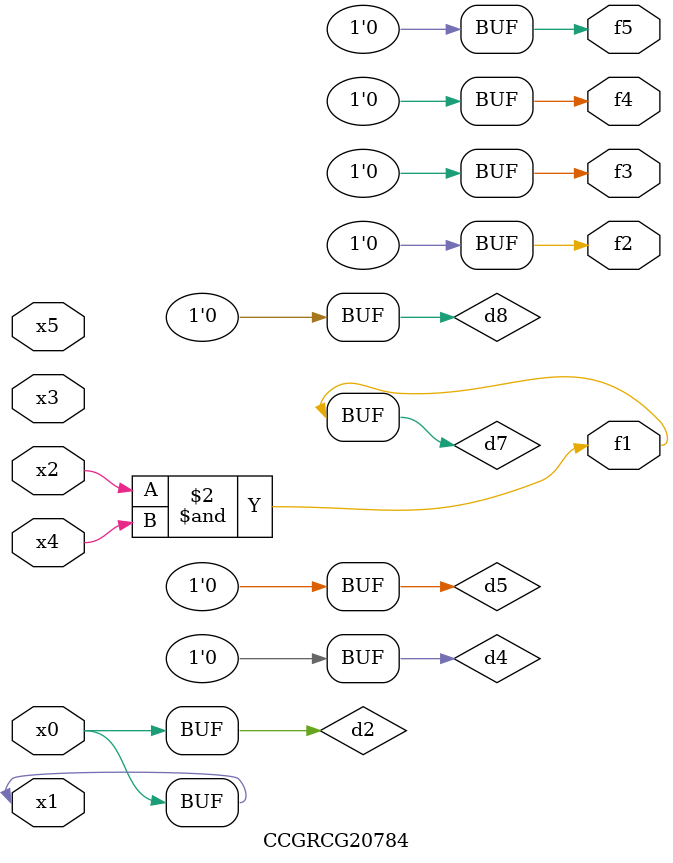
<source format=v>
module CCGRCG20784(
	input x0, x1, x2, x3, x4, x5,
	output f1, f2, f3, f4, f5
);

	wire d1, d2, d3, d4, d5, d6, d7, d8, d9;

	nand (d1, x1);
	buf (d2, x0, x1);
	nand (d3, x2, x4);
	and (d4, d1, d2);
	and (d5, d1, d2);
	nand (d6, d1, d3);
	not (d7, d3);
	xor (d8, d5);
	nor (d9, d5, d6);
	assign f1 = d7;
	assign f2 = d8;
	assign f3 = d8;
	assign f4 = d8;
	assign f5 = d8;
endmodule

</source>
